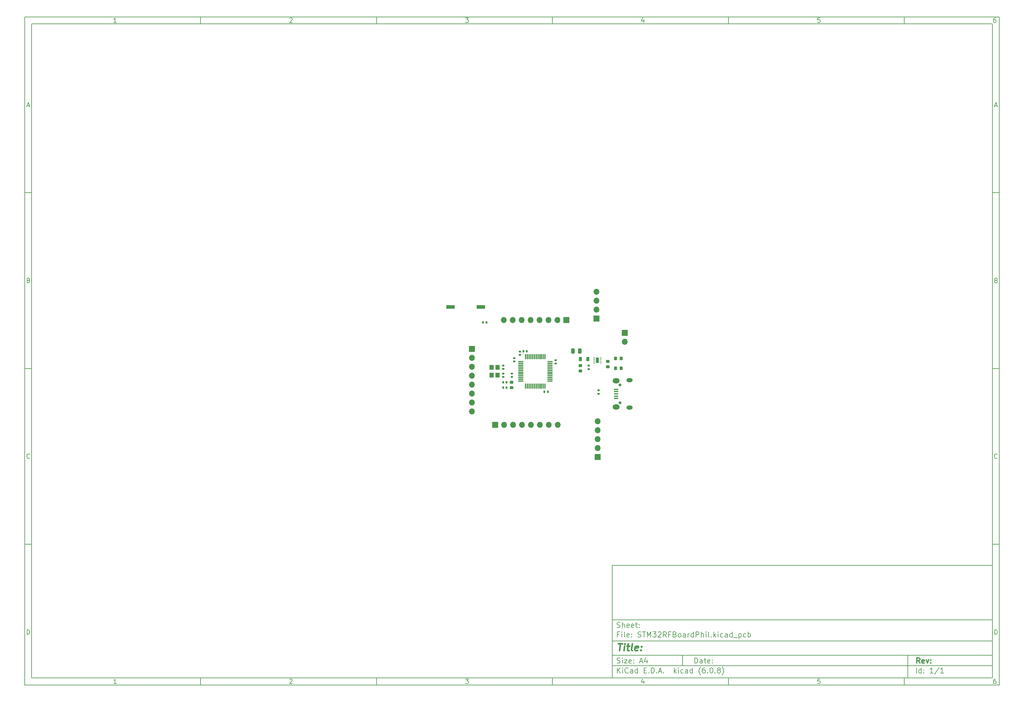
<source format=gbr>
%TF.GenerationSoftware,KiCad,Pcbnew,(6.0.8)*%
%TF.CreationDate,2022-10-27T20:00:02-05:00*%
%TF.ProjectId,STM32RFBoardPhil,53544d33-3252-4464-926f-617264506869,rev?*%
%TF.SameCoordinates,Original*%
%TF.FileFunction,Soldermask,Top*%
%TF.FilePolarity,Negative*%
%FSLAX46Y46*%
G04 Gerber Fmt 4.6, Leading zero omitted, Abs format (unit mm)*
G04 Created by KiCad (PCBNEW (6.0.8)) date 2022-10-27 20:00:02*
%MOMM*%
%LPD*%
G01*
G04 APERTURE LIST*
G04 Aperture macros list*
%AMRoundRect*
0 Rectangle with rounded corners*
0 $1 Rounding radius*
0 $2 $3 $4 $5 $6 $7 $8 $9 X,Y pos of 4 corners*
0 Add a 4 corners polygon primitive as box body*
4,1,4,$2,$3,$4,$5,$6,$7,$8,$9,$2,$3,0*
0 Add four circle primitives for the rounded corners*
1,1,$1+$1,$2,$3*
1,1,$1+$1,$4,$5*
1,1,$1+$1,$6,$7*
1,1,$1+$1,$8,$9*
0 Add four rect primitives between the rounded corners*
20,1,$1+$1,$2,$3,$4,$5,0*
20,1,$1+$1,$4,$5,$6,$7,0*
20,1,$1+$1,$6,$7,$8,$9,0*
20,1,$1+$1,$8,$9,$2,$3,0*%
G04 Aperture macros list end*
%ADD10C,0.100000*%
%ADD11C,0.150000*%
%ADD12C,0.300000*%
%ADD13C,0.400000*%
%ADD14RoundRect,0.140000X0.170000X-0.140000X0.170000X0.140000X-0.170000X0.140000X-0.170000X-0.140000X0*%
%ADD15RoundRect,0.225000X-0.250000X0.225000X-0.250000X-0.225000X0.250000X-0.225000X0.250000X0.225000X0*%
%ADD16RoundRect,0.135000X0.185000X-0.135000X0.185000X0.135000X-0.185000X0.135000X-0.185000X-0.135000X0*%
%ADD17RoundRect,0.140000X0.140000X0.170000X-0.140000X0.170000X-0.140000X-0.170000X0.140000X-0.170000X0*%
%ADD18RoundRect,0.140000X-0.170000X0.140000X-0.170000X-0.140000X0.170000X-0.140000X0.170000X0.140000X0*%
%ADD19R,1.700000X1.700000*%
%ADD20O,1.700000X1.700000*%
%ADD21RoundRect,0.075000X-0.662500X-0.075000X0.662500X-0.075000X0.662500X0.075000X-0.662500X0.075000X0*%
%ADD22RoundRect,0.075000X-0.075000X-0.662500X0.075000X-0.662500X0.075000X0.662500X-0.075000X0.662500X0*%
%ADD23R,2.440000X1.120000*%
%ADD24RoundRect,0.218750X0.218750X0.256250X-0.218750X0.256250X-0.218750X-0.256250X0.218750X-0.256250X0*%
%ADD25O,0.800000X0.800000*%
%ADD26R,1.300000X0.450000*%
%ADD27O,1.800000X1.150000*%
%ADD28O,2.000000X1.450000*%
%ADD29RoundRect,0.140000X-0.140000X-0.170000X0.140000X-0.170000X0.140000X0.170000X-0.140000X0.170000X0*%
%ADD30RoundRect,0.218750X0.218750X0.381250X-0.218750X0.381250X-0.218750X-0.381250X0.218750X-0.381250X0*%
%ADD31RoundRect,0.218750X-0.256250X0.218750X-0.256250X-0.218750X0.256250X-0.218750X0.256250X0.218750X0*%
%ADD32RoundRect,0.135000X-0.135000X-0.185000X0.135000X-0.185000X0.135000X0.185000X-0.135000X0.185000X0*%
%ADD33R,1.200000X1.400000*%
%ADD34R,0.500000X0.250000*%
%ADD35R,0.900000X1.600000*%
%ADD36RoundRect,0.250000X-0.250000X-0.475000X0.250000X-0.475000X0.250000X0.475000X-0.250000X0.475000X0*%
G04 APERTURE END LIST*
D10*
D11*
X177002200Y-166007200D02*
X177002200Y-198007200D01*
X285002200Y-198007200D01*
X285002200Y-166007200D01*
X177002200Y-166007200D01*
D10*
D11*
X10000000Y-10000000D02*
X10000000Y-200007200D01*
X287002200Y-200007200D01*
X287002200Y-10000000D01*
X10000000Y-10000000D01*
D10*
D11*
X12000000Y-12000000D02*
X12000000Y-198007200D01*
X285002200Y-198007200D01*
X285002200Y-12000000D01*
X12000000Y-12000000D01*
D10*
D11*
X60000000Y-12000000D02*
X60000000Y-10000000D01*
D10*
D11*
X110000000Y-12000000D02*
X110000000Y-10000000D01*
D10*
D11*
X160000000Y-12000000D02*
X160000000Y-10000000D01*
D10*
D11*
X210000000Y-12000000D02*
X210000000Y-10000000D01*
D10*
D11*
X260000000Y-12000000D02*
X260000000Y-10000000D01*
D10*
D11*
X36065476Y-11588095D02*
X35322619Y-11588095D01*
X35694047Y-11588095D02*
X35694047Y-10288095D01*
X35570238Y-10473809D01*
X35446428Y-10597619D01*
X35322619Y-10659523D01*
D10*
D11*
X85322619Y-10411904D02*
X85384523Y-10350000D01*
X85508333Y-10288095D01*
X85817857Y-10288095D01*
X85941666Y-10350000D01*
X86003571Y-10411904D01*
X86065476Y-10535714D01*
X86065476Y-10659523D01*
X86003571Y-10845238D01*
X85260714Y-11588095D01*
X86065476Y-11588095D01*
D10*
D11*
X135260714Y-10288095D02*
X136065476Y-10288095D01*
X135632142Y-10783333D01*
X135817857Y-10783333D01*
X135941666Y-10845238D01*
X136003571Y-10907142D01*
X136065476Y-11030952D01*
X136065476Y-11340476D01*
X136003571Y-11464285D01*
X135941666Y-11526190D01*
X135817857Y-11588095D01*
X135446428Y-11588095D01*
X135322619Y-11526190D01*
X135260714Y-11464285D01*
D10*
D11*
X185941666Y-10721428D02*
X185941666Y-11588095D01*
X185632142Y-10226190D02*
X185322619Y-11154761D01*
X186127380Y-11154761D01*
D10*
D11*
X236003571Y-10288095D02*
X235384523Y-10288095D01*
X235322619Y-10907142D01*
X235384523Y-10845238D01*
X235508333Y-10783333D01*
X235817857Y-10783333D01*
X235941666Y-10845238D01*
X236003571Y-10907142D01*
X236065476Y-11030952D01*
X236065476Y-11340476D01*
X236003571Y-11464285D01*
X235941666Y-11526190D01*
X235817857Y-11588095D01*
X235508333Y-11588095D01*
X235384523Y-11526190D01*
X235322619Y-11464285D01*
D10*
D11*
X285941666Y-10288095D02*
X285694047Y-10288095D01*
X285570238Y-10350000D01*
X285508333Y-10411904D01*
X285384523Y-10597619D01*
X285322619Y-10845238D01*
X285322619Y-11340476D01*
X285384523Y-11464285D01*
X285446428Y-11526190D01*
X285570238Y-11588095D01*
X285817857Y-11588095D01*
X285941666Y-11526190D01*
X286003571Y-11464285D01*
X286065476Y-11340476D01*
X286065476Y-11030952D01*
X286003571Y-10907142D01*
X285941666Y-10845238D01*
X285817857Y-10783333D01*
X285570238Y-10783333D01*
X285446428Y-10845238D01*
X285384523Y-10907142D01*
X285322619Y-11030952D01*
D10*
D11*
X60000000Y-198007200D02*
X60000000Y-200007200D01*
D10*
D11*
X110000000Y-198007200D02*
X110000000Y-200007200D01*
D10*
D11*
X160000000Y-198007200D02*
X160000000Y-200007200D01*
D10*
D11*
X210000000Y-198007200D02*
X210000000Y-200007200D01*
D10*
D11*
X260000000Y-198007200D02*
X260000000Y-200007200D01*
D10*
D11*
X36065476Y-199595295D02*
X35322619Y-199595295D01*
X35694047Y-199595295D02*
X35694047Y-198295295D01*
X35570238Y-198481009D01*
X35446428Y-198604819D01*
X35322619Y-198666723D01*
D10*
D11*
X85322619Y-198419104D02*
X85384523Y-198357200D01*
X85508333Y-198295295D01*
X85817857Y-198295295D01*
X85941666Y-198357200D01*
X86003571Y-198419104D01*
X86065476Y-198542914D01*
X86065476Y-198666723D01*
X86003571Y-198852438D01*
X85260714Y-199595295D01*
X86065476Y-199595295D01*
D10*
D11*
X135260714Y-198295295D02*
X136065476Y-198295295D01*
X135632142Y-198790533D01*
X135817857Y-198790533D01*
X135941666Y-198852438D01*
X136003571Y-198914342D01*
X136065476Y-199038152D01*
X136065476Y-199347676D01*
X136003571Y-199471485D01*
X135941666Y-199533390D01*
X135817857Y-199595295D01*
X135446428Y-199595295D01*
X135322619Y-199533390D01*
X135260714Y-199471485D01*
D10*
D11*
X185941666Y-198728628D02*
X185941666Y-199595295D01*
X185632142Y-198233390D02*
X185322619Y-199161961D01*
X186127380Y-199161961D01*
D10*
D11*
X236003571Y-198295295D02*
X235384523Y-198295295D01*
X235322619Y-198914342D01*
X235384523Y-198852438D01*
X235508333Y-198790533D01*
X235817857Y-198790533D01*
X235941666Y-198852438D01*
X236003571Y-198914342D01*
X236065476Y-199038152D01*
X236065476Y-199347676D01*
X236003571Y-199471485D01*
X235941666Y-199533390D01*
X235817857Y-199595295D01*
X235508333Y-199595295D01*
X235384523Y-199533390D01*
X235322619Y-199471485D01*
D10*
D11*
X285941666Y-198295295D02*
X285694047Y-198295295D01*
X285570238Y-198357200D01*
X285508333Y-198419104D01*
X285384523Y-198604819D01*
X285322619Y-198852438D01*
X285322619Y-199347676D01*
X285384523Y-199471485D01*
X285446428Y-199533390D01*
X285570238Y-199595295D01*
X285817857Y-199595295D01*
X285941666Y-199533390D01*
X286003571Y-199471485D01*
X286065476Y-199347676D01*
X286065476Y-199038152D01*
X286003571Y-198914342D01*
X285941666Y-198852438D01*
X285817857Y-198790533D01*
X285570238Y-198790533D01*
X285446428Y-198852438D01*
X285384523Y-198914342D01*
X285322619Y-199038152D01*
D10*
D11*
X10000000Y-60000000D02*
X12000000Y-60000000D01*
D10*
D11*
X10000000Y-110000000D02*
X12000000Y-110000000D01*
D10*
D11*
X10000000Y-160000000D02*
X12000000Y-160000000D01*
D10*
D11*
X10690476Y-35216666D02*
X11309523Y-35216666D01*
X10566666Y-35588095D02*
X11000000Y-34288095D01*
X11433333Y-35588095D01*
D10*
D11*
X11092857Y-84907142D02*
X11278571Y-84969047D01*
X11340476Y-85030952D01*
X11402380Y-85154761D01*
X11402380Y-85340476D01*
X11340476Y-85464285D01*
X11278571Y-85526190D01*
X11154761Y-85588095D01*
X10659523Y-85588095D01*
X10659523Y-84288095D01*
X11092857Y-84288095D01*
X11216666Y-84350000D01*
X11278571Y-84411904D01*
X11340476Y-84535714D01*
X11340476Y-84659523D01*
X11278571Y-84783333D01*
X11216666Y-84845238D01*
X11092857Y-84907142D01*
X10659523Y-84907142D01*
D10*
D11*
X11402380Y-135464285D02*
X11340476Y-135526190D01*
X11154761Y-135588095D01*
X11030952Y-135588095D01*
X10845238Y-135526190D01*
X10721428Y-135402380D01*
X10659523Y-135278571D01*
X10597619Y-135030952D01*
X10597619Y-134845238D01*
X10659523Y-134597619D01*
X10721428Y-134473809D01*
X10845238Y-134350000D01*
X11030952Y-134288095D01*
X11154761Y-134288095D01*
X11340476Y-134350000D01*
X11402380Y-134411904D01*
D10*
D11*
X10659523Y-185588095D02*
X10659523Y-184288095D01*
X10969047Y-184288095D01*
X11154761Y-184350000D01*
X11278571Y-184473809D01*
X11340476Y-184597619D01*
X11402380Y-184845238D01*
X11402380Y-185030952D01*
X11340476Y-185278571D01*
X11278571Y-185402380D01*
X11154761Y-185526190D01*
X10969047Y-185588095D01*
X10659523Y-185588095D01*
D10*
D11*
X287002200Y-60000000D02*
X285002200Y-60000000D01*
D10*
D11*
X287002200Y-110000000D02*
X285002200Y-110000000D01*
D10*
D11*
X287002200Y-160000000D02*
X285002200Y-160000000D01*
D10*
D11*
X285692676Y-35216666D02*
X286311723Y-35216666D01*
X285568866Y-35588095D02*
X286002200Y-34288095D01*
X286435533Y-35588095D01*
D10*
D11*
X286095057Y-84907142D02*
X286280771Y-84969047D01*
X286342676Y-85030952D01*
X286404580Y-85154761D01*
X286404580Y-85340476D01*
X286342676Y-85464285D01*
X286280771Y-85526190D01*
X286156961Y-85588095D01*
X285661723Y-85588095D01*
X285661723Y-84288095D01*
X286095057Y-84288095D01*
X286218866Y-84350000D01*
X286280771Y-84411904D01*
X286342676Y-84535714D01*
X286342676Y-84659523D01*
X286280771Y-84783333D01*
X286218866Y-84845238D01*
X286095057Y-84907142D01*
X285661723Y-84907142D01*
D10*
D11*
X286404580Y-135464285D02*
X286342676Y-135526190D01*
X286156961Y-135588095D01*
X286033152Y-135588095D01*
X285847438Y-135526190D01*
X285723628Y-135402380D01*
X285661723Y-135278571D01*
X285599819Y-135030952D01*
X285599819Y-134845238D01*
X285661723Y-134597619D01*
X285723628Y-134473809D01*
X285847438Y-134350000D01*
X286033152Y-134288095D01*
X286156961Y-134288095D01*
X286342676Y-134350000D01*
X286404580Y-134411904D01*
D10*
D11*
X285661723Y-185588095D02*
X285661723Y-184288095D01*
X285971247Y-184288095D01*
X286156961Y-184350000D01*
X286280771Y-184473809D01*
X286342676Y-184597619D01*
X286404580Y-184845238D01*
X286404580Y-185030952D01*
X286342676Y-185278571D01*
X286280771Y-185402380D01*
X286156961Y-185526190D01*
X285971247Y-185588095D01*
X285661723Y-185588095D01*
D10*
D11*
X200434342Y-193785771D02*
X200434342Y-192285771D01*
X200791485Y-192285771D01*
X201005771Y-192357200D01*
X201148628Y-192500057D01*
X201220057Y-192642914D01*
X201291485Y-192928628D01*
X201291485Y-193142914D01*
X201220057Y-193428628D01*
X201148628Y-193571485D01*
X201005771Y-193714342D01*
X200791485Y-193785771D01*
X200434342Y-193785771D01*
X202577200Y-193785771D02*
X202577200Y-193000057D01*
X202505771Y-192857200D01*
X202362914Y-192785771D01*
X202077200Y-192785771D01*
X201934342Y-192857200D01*
X202577200Y-193714342D02*
X202434342Y-193785771D01*
X202077200Y-193785771D01*
X201934342Y-193714342D01*
X201862914Y-193571485D01*
X201862914Y-193428628D01*
X201934342Y-193285771D01*
X202077200Y-193214342D01*
X202434342Y-193214342D01*
X202577200Y-193142914D01*
X203077200Y-192785771D02*
X203648628Y-192785771D01*
X203291485Y-192285771D02*
X203291485Y-193571485D01*
X203362914Y-193714342D01*
X203505771Y-193785771D01*
X203648628Y-193785771D01*
X204720057Y-193714342D02*
X204577200Y-193785771D01*
X204291485Y-193785771D01*
X204148628Y-193714342D01*
X204077200Y-193571485D01*
X204077200Y-193000057D01*
X204148628Y-192857200D01*
X204291485Y-192785771D01*
X204577200Y-192785771D01*
X204720057Y-192857200D01*
X204791485Y-193000057D01*
X204791485Y-193142914D01*
X204077200Y-193285771D01*
X205434342Y-193642914D02*
X205505771Y-193714342D01*
X205434342Y-193785771D01*
X205362914Y-193714342D01*
X205434342Y-193642914D01*
X205434342Y-193785771D01*
X205434342Y-192857200D02*
X205505771Y-192928628D01*
X205434342Y-193000057D01*
X205362914Y-192928628D01*
X205434342Y-192857200D01*
X205434342Y-193000057D01*
D10*
D11*
X177002200Y-194507200D02*
X285002200Y-194507200D01*
D10*
D11*
X178434342Y-196585771D02*
X178434342Y-195085771D01*
X179291485Y-196585771D02*
X178648628Y-195728628D01*
X179291485Y-195085771D02*
X178434342Y-195942914D01*
X179934342Y-196585771D02*
X179934342Y-195585771D01*
X179934342Y-195085771D02*
X179862914Y-195157200D01*
X179934342Y-195228628D01*
X180005771Y-195157200D01*
X179934342Y-195085771D01*
X179934342Y-195228628D01*
X181505771Y-196442914D02*
X181434342Y-196514342D01*
X181220057Y-196585771D01*
X181077200Y-196585771D01*
X180862914Y-196514342D01*
X180720057Y-196371485D01*
X180648628Y-196228628D01*
X180577200Y-195942914D01*
X180577200Y-195728628D01*
X180648628Y-195442914D01*
X180720057Y-195300057D01*
X180862914Y-195157200D01*
X181077200Y-195085771D01*
X181220057Y-195085771D01*
X181434342Y-195157200D01*
X181505771Y-195228628D01*
X182791485Y-196585771D02*
X182791485Y-195800057D01*
X182720057Y-195657200D01*
X182577200Y-195585771D01*
X182291485Y-195585771D01*
X182148628Y-195657200D01*
X182791485Y-196514342D02*
X182648628Y-196585771D01*
X182291485Y-196585771D01*
X182148628Y-196514342D01*
X182077200Y-196371485D01*
X182077200Y-196228628D01*
X182148628Y-196085771D01*
X182291485Y-196014342D01*
X182648628Y-196014342D01*
X182791485Y-195942914D01*
X184148628Y-196585771D02*
X184148628Y-195085771D01*
X184148628Y-196514342D02*
X184005771Y-196585771D01*
X183720057Y-196585771D01*
X183577200Y-196514342D01*
X183505771Y-196442914D01*
X183434342Y-196300057D01*
X183434342Y-195871485D01*
X183505771Y-195728628D01*
X183577200Y-195657200D01*
X183720057Y-195585771D01*
X184005771Y-195585771D01*
X184148628Y-195657200D01*
X186005771Y-195800057D02*
X186505771Y-195800057D01*
X186720057Y-196585771D02*
X186005771Y-196585771D01*
X186005771Y-195085771D01*
X186720057Y-195085771D01*
X187362914Y-196442914D02*
X187434342Y-196514342D01*
X187362914Y-196585771D01*
X187291485Y-196514342D01*
X187362914Y-196442914D01*
X187362914Y-196585771D01*
X188077200Y-196585771D02*
X188077200Y-195085771D01*
X188434342Y-195085771D01*
X188648628Y-195157200D01*
X188791485Y-195300057D01*
X188862914Y-195442914D01*
X188934342Y-195728628D01*
X188934342Y-195942914D01*
X188862914Y-196228628D01*
X188791485Y-196371485D01*
X188648628Y-196514342D01*
X188434342Y-196585771D01*
X188077200Y-196585771D01*
X189577200Y-196442914D02*
X189648628Y-196514342D01*
X189577200Y-196585771D01*
X189505771Y-196514342D01*
X189577200Y-196442914D01*
X189577200Y-196585771D01*
X190220057Y-196157200D02*
X190934342Y-196157200D01*
X190077200Y-196585771D02*
X190577200Y-195085771D01*
X191077200Y-196585771D01*
X191577200Y-196442914D02*
X191648628Y-196514342D01*
X191577200Y-196585771D01*
X191505771Y-196514342D01*
X191577200Y-196442914D01*
X191577200Y-196585771D01*
X194577200Y-196585771D02*
X194577200Y-195085771D01*
X194720057Y-196014342D02*
X195148628Y-196585771D01*
X195148628Y-195585771D02*
X194577200Y-196157200D01*
X195791485Y-196585771D02*
X195791485Y-195585771D01*
X195791485Y-195085771D02*
X195720057Y-195157200D01*
X195791485Y-195228628D01*
X195862914Y-195157200D01*
X195791485Y-195085771D01*
X195791485Y-195228628D01*
X197148628Y-196514342D02*
X197005771Y-196585771D01*
X196720057Y-196585771D01*
X196577200Y-196514342D01*
X196505771Y-196442914D01*
X196434342Y-196300057D01*
X196434342Y-195871485D01*
X196505771Y-195728628D01*
X196577200Y-195657200D01*
X196720057Y-195585771D01*
X197005771Y-195585771D01*
X197148628Y-195657200D01*
X198434342Y-196585771D02*
X198434342Y-195800057D01*
X198362914Y-195657200D01*
X198220057Y-195585771D01*
X197934342Y-195585771D01*
X197791485Y-195657200D01*
X198434342Y-196514342D02*
X198291485Y-196585771D01*
X197934342Y-196585771D01*
X197791485Y-196514342D01*
X197720057Y-196371485D01*
X197720057Y-196228628D01*
X197791485Y-196085771D01*
X197934342Y-196014342D01*
X198291485Y-196014342D01*
X198434342Y-195942914D01*
X199791485Y-196585771D02*
X199791485Y-195085771D01*
X199791485Y-196514342D02*
X199648628Y-196585771D01*
X199362914Y-196585771D01*
X199220057Y-196514342D01*
X199148628Y-196442914D01*
X199077200Y-196300057D01*
X199077200Y-195871485D01*
X199148628Y-195728628D01*
X199220057Y-195657200D01*
X199362914Y-195585771D01*
X199648628Y-195585771D01*
X199791485Y-195657200D01*
X202077200Y-197157200D02*
X202005771Y-197085771D01*
X201862914Y-196871485D01*
X201791485Y-196728628D01*
X201720057Y-196514342D01*
X201648628Y-196157200D01*
X201648628Y-195871485D01*
X201720057Y-195514342D01*
X201791485Y-195300057D01*
X201862914Y-195157200D01*
X202005771Y-194942914D01*
X202077200Y-194871485D01*
X203291485Y-195085771D02*
X203005771Y-195085771D01*
X202862914Y-195157200D01*
X202791485Y-195228628D01*
X202648628Y-195442914D01*
X202577200Y-195728628D01*
X202577200Y-196300057D01*
X202648628Y-196442914D01*
X202720057Y-196514342D01*
X202862914Y-196585771D01*
X203148628Y-196585771D01*
X203291485Y-196514342D01*
X203362914Y-196442914D01*
X203434342Y-196300057D01*
X203434342Y-195942914D01*
X203362914Y-195800057D01*
X203291485Y-195728628D01*
X203148628Y-195657200D01*
X202862914Y-195657200D01*
X202720057Y-195728628D01*
X202648628Y-195800057D01*
X202577200Y-195942914D01*
X204077200Y-196442914D02*
X204148628Y-196514342D01*
X204077200Y-196585771D01*
X204005771Y-196514342D01*
X204077200Y-196442914D01*
X204077200Y-196585771D01*
X205077200Y-195085771D02*
X205220057Y-195085771D01*
X205362914Y-195157200D01*
X205434342Y-195228628D01*
X205505771Y-195371485D01*
X205577200Y-195657200D01*
X205577200Y-196014342D01*
X205505771Y-196300057D01*
X205434342Y-196442914D01*
X205362914Y-196514342D01*
X205220057Y-196585771D01*
X205077200Y-196585771D01*
X204934342Y-196514342D01*
X204862914Y-196442914D01*
X204791485Y-196300057D01*
X204720057Y-196014342D01*
X204720057Y-195657200D01*
X204791485Y-195371485D01*
X204862914Y-195228628D01*
X204934342Y-195157200D01*
X205077200Y-195085771D01*
X206220057Y-196442914D02*
X206291485Y-196514342D01*
X206220057Y-196585771D01*
X206148628Y-196514342D01*
X206220057Y-196442914D01*
X206220057Y-196585771D01*
X207148628Y-195728628D02*
X207005771Y-195657200D01*
X206934342Y-195585771D01*
X206862914Y-195442914D01*
X206862914Y-195371485D01*
X206934342Y-195228628D01*
X207005771Y-195157200D01*
X207148628Y-195085771D01*
X207434342Y-195085771D01*
X207577200Y-195157200D01*
X207648628Y-195228628D01*
X207720057Y-195371485D01*
X207720057Y-195442914D01*
X207648628Y-195585771D01*
X207577200Y-195657200D01*
X207434342Y-195728628D01*
X207148628Y-195728628D01*
X207005771Y-195800057D01*
X206934342Y-195871485D01*
X206862914Y-196014342D01*
X206862914Y-196300057D01*
X206934342Y-196442914D01*
X207005771Y-196514342D01*
X207148628Y-196585771D01*
X207434342Y-196585771D01*
X207577200Y-196514342D01*
X207648628Y-196442914D01*
X207720057Y-196300057D01*
X207720057Y-196014342D01*
X207648628Y-195871485D01*
X207577200Y-195800057D01*
X207434342Y-195728628D01*
X208220057Y-197157200D02*
X208291485Y-197085771D01*
X208434342Y-196871485D01*
X208505771Y-196728628D01*
X208577200Y-196514342D01*
X208648628Y-196157200D01*
X208648628Y-195871485D01*
X208577200Y-195514342D01*
X208505771Y-195300057D01*
X208434342Y-195157200D01*
X208291485Y-194942914D01*
X208220057Y-194871485D01*
D10*
D11*
X177002200Y-191507200D02*
X285002200Y-191507200D01*
D10*
D12*
X264411485Y-193785771D02*
X263911485Y-193071485D01*
X263554342Y-193785771D02*
X263554342Y-192285771D01*
X264125771Y-192285771D01*
X264268628Y-192357200D01*
X264340057Y-192428628D01*
X264411485Y-192571485D01*
X264411485Y-192785771D01*
X264340057Y-192928628D01*
X264268628Y-193000057D01*
X264125771Y-193071485D01*
X263554342Y-193071485D01*
X265625771Y-193714342D02*
X265482914Y-193785771D01*
X265197200Y-193785771D01*
X265054342Y-193714342D01*
X264982914Y-193571485D01*
X264982914Y-193000057D01*
X265054342Y-192857200D01*
X265197200Y-192785771D01*
X265482914Y-192785771D01*
X265625771Y-192857200D01*
X265697200Y-193000057D01*
X265697200Y-193142914D01*
X264982914Y-193285771D01*
X266197200Y-192785771D02*
X266554342Y-193785771D01*
X266911485Y-192785771D01*
X267482914Y-193642914D02*
X267554342Y-193714342D01*
X267482914Y-193785771D01*
X267411485Y-193714342D01*
X267482914Y-193642914D01*
X267482914Y-193785771D01*
X267482914Y-192857200D02*
X267554342Y-192928628D01*
X267482914Y-193000057D01*
X267411485Y-192928628D01*
X267482914Y-192857200D01*
X267482914Y-193000057D01*
D10*
D11*
X178362914Y-193714342D02*
X178577200Y-193785771D01*
X178934342Y-193785771D01*
X179077200Y-193714342D01*
X179148628Y-193642914D01*
X179220057Y-193500057D01*
X179220057Y-193357200D01*
X179148628Y-193214342D01*
X179077200Y-193142914D01*
X178934342Y-193071485D01*
X178648628Y-193000057D01*
X178505771Y-192928628D01*
X178434342Y-192857200D01*
X178362914Y-192714342D01*
X178362914Y-192571485D01*
X178434342Y-192428628D01*
X178505771Y-192357200D01*
X178648628Y-192285771D01*
X179005771Y-192285771D01*
X179220057Y-192357200D01*
X179862914Y-193785771D02*
X179862914Y-192785771D01*
X179862914Y-192285771D02*
X179791485Y-192357200D01*
X179862914Y-192428628D01*
X179934342Y-192357200D01*
X179862914Y-192285771D01*
X179862914Y-192428628D01*
X180434342Y-192785771D02*
X181220057Y-192785771D01*
X180434342Y-193785771D01*
X181220057Y-193785771D01*
X182362914Y-193714342D02*
X182220057Y-193785771D01*
X181934342Y-193785771D01*
X181791485Y-193714342D01*
X181720057Y-193571485D01*
X181720057Y-193000057D01*
X181791485Y-192857200D01*
X181934342Y-192785771D01*
X182220057Y-192785771D01*
X182362914Y-192857200D01*
X182434342Y-193000057D01*
X182434342Y-193142914D01*
X181720057Y-193285771D01*
X183077200Y-193642914D02*
X183148628Y-193714342D01*
X183077200Y-193785771D01*
X183005771Y-193714342D01*
X183077200Y-193642914D01*
X183077200Y-193785771D01*
X183077200Y-192857200D02*
X183148628Y-192928628D01*
X183077200Y-193000057D01*
X183005771Y-192928628D01*
X183077200Y-192857200D01*
X183077200Y-193000057D01*
X184862914Y-193357200D02*
X185577200Y-193357200D01*
X184720057Y-193785771D02*
X185220057Y-192285771D01*
X185720057Y-193785771D01*
X186862914Y-192785771D02*
X186862914Y-193785771D01*
X186505771Y-192214342D02*
X186148628Y-193285771D01*
X187077200Y-193285771D01*
D10*
D11*
X263434342Y-196585771D02*
X263434342Y-195085771D01*
X264791485Y-196585771D02*
X264791485Y-195085771D01*
X264791485Y-196514342D02*
X264648628Y-196585771D01*
X264362914Y-196585771D01*
X264220057Y-196514342D01*
X264148628Y-196442914D01*
X264077200Y-196300057D01*
X264077200Y-195871485D01*
X264148628Y-195728628D01*
X264220057Y-195657200D01*
X264362914Y-195585771D01*
X264648628Y-195585771D01*
X264791485Y-195657200D01*
X265505771Y-196442914D02*
X265577200Y-196514342D01*
X265505771Y-196585771D01*
X265434342Y-196514342D01*
X265505771Y-196442914D01*
X265505771Y-196585771D01*
X265505771Y-195657200D02*
X265577200Y-195728628D01*
X265505771Y-195800057D01*
X265434342Y-195728628D01*
X265505771Y-195657200D01*
X265505771Y-195800057D01*
X268148628Y-196585771D02*
X267291485Y-196585771D01*
X267720057Y-196585771D02*
X267720057Y-195085771D01*
X267577200Y-195300057D01*
X267434342Y-195442914D01*
X267291485Y-195514342D01*
X269862914Y-195014342D02*
X268577200Y-196942914D01*
X271148628Y-196585771D02*
X270291485Y-196585771D01*
X270720057Y-196585771D02*
X270720057Y-195085771D01*
X270577200Y-195300057D01*
X270434342Y-195442914D01*
X270291485Y-195514342D01*
D10*
D11*
X177002200Y-187507200D02*
X285002200Y-187507200D01*
D10*
D13*
X178714580Y-188211961D02*
X179857438Y-188211961D01*
X179036009Y-190211961D02*
X179286009Y-188211961D01*
X180274104Y-190211961D02*
X180440771Y-188878628D01*
X180524104Y-188211961D02*
X180416961Y-188307200D01*
X180500295Y-188402438D01*
X180607438Y-188307200D01*
X180524104Y-188211961D01*
X180500295Y-188402438D01*
X181107438Y-188878628D02*
X181869342Y-188878628D01*
X181476485Y-188211961D02*
X181262200Y-189926247D01*
X181333628Y-190116723D01*
X181512200Y-190211961D01*
X181702676Y-190211961D01*
X182655057Y-190211961D02*
X182476485Y-190116723D01*
X182405057Y-189926247D01*
X182619342Y-188211961D01*
X184190771Y-190116723D02*
X183988390Y-190211961D01*
X183607438Y-190211961D01*
X183428866Y-190116723D01*
X183357438Y-189926247D01*
X183452676Y-189164342D01*
X183571723Y-188973866D01*
X183774104Y-188878628D01*
X184155057Y-188878628D01*
X184333628Y-188973866D01*
X184405057Y-189164342D01*
X184381247Y-189354819D01*
X183405057Y-189545295D01*
X185155057Y-190021485D02*
X185238390Y-190116723D01*
X185131247Y-190211961D01*
X185047914Y-190116723D01*
X185155057Y-190021485D01*
X185131247Y-190211961D01*
X185286009Y-188973866D02*
X185369342Y-189069104D01*
X185262200Y-189164342D01*
X185178866Y-189069104D01*
X185286009Y-188973866D01*
X185262200Y-189164342D01*
D10*
D11*
X178934342Y-185600057D02*
X178434342Y-185600057D01*
X178434342Y-186385771D02*
X178434342Y-184885771D01*
X179148628Y-184885771D01*
X179720057Y-186385771D02*
X179720057Y-185385771D01*
X179720057Y-184885771D02*
X179648628Y-184957200D01*
X179720057Y-185028628D01*
X179791485Y-184957200D01*
X179720057Y-184885771D01*
X179720057Y-185028628D01*
X180648628Y-186385771D02*
X180505771Y-186314342D01*
X180434342Y-186171485D01*
X180434342Y-184885771D01*
X181791485Y-186314342D02*
X181648628Y-186385771D01*
X181362914Y-186385771D01*
X181220057Y-186314342D01*
X181148628Y-186171485D01*
X181148628Y-185600057D01*
X181220057Y-185457200D01*
X181362914Y-185385771D01*
X181648628Y-185385771D01*
X181791485Y-185457200D01*
X181862914Y-185600057D01*
X181862914Y-185742914D01*
X181148628Y-185885771D01*
X182505771Y-186242914D02*
X182577200Y-186314342D01*
X182505771Y-186385771D01*
X182434342Y-186314342D01*
X182505771Y-186242914D01*
X182505771Y-186385771D01*
X182505771Y-185457200D02*
X182577200Y-185528628D01*
X182505771Y-185600057D01*
X182434342Y-185528628D01*
X182505771Y-185457200D01*
X182505771Y-185600057D01*
X184291485Y-186314342D02*
X184505771Y-186385771D01*
X184862914Y-186385771D01*
X185005771Y-186314342D01*
X185077200Y-186242914D01*
X185148628Y-186100057D01*
X185148628Y-185957200D01*
X185077200Y-185814342D01*
X185005771Y-185742914D01*
X184862914Y-185671485D01*
X184577200Y-185600057D01*
X184434342Y-185528628D01*
X184362914Y-185457200D01*
X184291485Y-185314342D01*
X184291485Y-185171485D01*
X184362914Y-185028628D01*
X184434342Y-184957200D01*
X184577200Y-184885771D01*
X184934342Y-184885771D01*
X185148628Y-184957200D01*
X185577200Y-184885771D02*
X186434342Y-184885771D01*
X186005771Y-186385771D02*
X186005771Y-184885771D01*
X186934342Y-186385771D02*
X186934342Y-184885771D01*
X187434342Y-185957200D01*
X187934342Y-184885771D01*
X187934342Y-186385771D01*
X188505771Y-184885771D02*
X189434342Y-184885771D01*
X188934342Y-185457200D01*
X189148628Y-185457200D01*
X189291485Y-185528628D01*
X189362914Y-185600057D01*
X189434342Y-185742914D01*
X189434342Y-186100057D01*
X189362914Y-186242914D01*
X189291485Y-186314342D01*
X189148628Y-186385771D01*
X188720057Y-186385771D01*
X188577200Y-186314342D01*
X188505771Y-186242914D01*
X190005771Y-185028628D02*
X190077200Y-184957200D01*
X190220057Y-184885771D01*
X190577200Y-184885771D01*
X190720057Y-184957200D01*
X190791485Y-185028628D01*
X190862914Y-185171485D01*
X190862914Y-185314342D01*
X190791485Y-185528628D01*
X189934342Y-186385771D01*
X190862914Y-186385771D01*
X192362914Y-186385771D02*
X191862914Y-185671485D01*
X191505771Y-186385771D02*
X191505771Y-184885771D01*
X192077200Y-184885771D01*
X192220057Y-184957200D01*
X192291485Y-185028628D01*
X192362914Y-185171485D01*
X192362914Y-185385771D01*
X192291485Y-185528628D01*
X192220057Y-185600057D01*
X192077200Y-185671485D01*
X191505771Y-185671485D01*
X193505771Y-185600057D02*
X193005771Y-185600057D01*
X193005771Y-186385771D02*
X193005771Y-184885771D01*
X193720057Y-184885771D01*
X194791485Y-185600057D02*
X195005771Y-185671485D01*
X195077200Y-185742914D01*
X195148628Y-185885771D01*
X195148628Y-186100057D01*
X195077200Y-186242914D01*
X195005771Y-186314342D01*
X194862914Y-186385771D01*
X194291485Y-186385771D01*
X194291485Y-184885771D01*
X194791485Y-184885771D01*
X194934342Y-184957200D01*
X195005771Y-185028628D01*
X195077200Y-185171485D01*
X195077200Y-185314342D01*
X195005771Y-185457200D01*
X194934342Y-185528628D01*
X194791485Y-185600057D01*
X194291485Y-185600057D01*
X196005771Y-186385771D02*
X195862914Y-186314342D01*
X195791485Y-186242914D01*
X195720057Y-186100057D01*
X195720057Y-185671485D01*
X195791485Y-185528628D01*
X195862914Y-185457200D01*
X196005771Y-185385771D01*
X196220057Y-185385771D01*
X196362914Y-185457200D01*
X196434342Y-185528628D01*
X196505771Y-185671485D01*
X196505771Y-186100057D01*
X196434342Y-186242914D01*
X196362914Y-186314342D01*
X196220057Y-186385771D01*
X196005771Y-186385771D01*
X197791485Y-186385771D02*
X197791485Y-185600057D01*
X197720057Y-185457200D01*
X197577200Y-185385771D01*
X197291485Y-185385771D01*
X197148628Y-185457200D01*
X197791485Y-186314342D02*
X197648628Y-186385771D01*
X197291485Y-186385771D01*
X197148628Y-186314342D01*
X197077200Y-186171485D01*
X197077200Y-186028628D01*
X197148628Y-185885771D01*
X197291485Y-185814342D01*
X197648628Y-185814342D01*
X197791485Y-185742914D01*
X198505771Y-186385771D02*
X198505771Y-185385771D01*
X198505771Y-185671485D02*
X198577200Y-185528628D01*
X198648628Y-185457200D01*
X198791485Y-185385771D01*
X198934342Y-185385771D01*
X200077200Y-186385771D02*
X200077200Y-184885771D01*
X200077200Y-186314342D02*
X199934342Y-186385771D01*
X199648628Y-186385771D01*
X199505771Y-186314342D01*
X199434342Y-186242914D01*
X199362914Y-186100057D01*
X199362914Y-185671485D01*
X199434342Y-185528628D01*
X199505771Y-185457200D01*
X199648628Y-185385771D01*
X199934342Y-185385771D01*
X200077200Y-185457200D01*
X200791485Y-186385771D02*
X200791485Y-184885771D01*
X201362914Y-184885771D01*
X201505771Y-184957200D01*
X201577200Y-185028628D01*
X201648628Y-185171485D01*
X201648628Y-185385771D01*
X201577200Y-185528628D01*
X201505771Y-185600057D01*
X201362914Y-185671485D01*
X200791485Y-185671485D01*
X202291485Y-186385771D02*
X202291485Y-184885771D01*
X202934342Y-186385771D02*
X202934342Y-185600057D01*
X202862914Y-185457200D01*
X202720057Y-185385771D01*
X202505771Y-185385771D01*
X202362914Y-185457200D01*
X202291485Y-185528628D01*
X203648628Y-186385771D02*
X203648628Y-185385771D01*
X203648628Y-184885771D02*
X203577200Y-184957200D01*
X203648628Y-185028628D01*
X203720057Y-184957200D01*
X203648628Y-184885771D01*
X203648628Y-185028628D01*
X204577200Y-186385771D02*
X204434342Y-186314342D01*
X204362914Y-186171485D01*
X204362914Y-184885771D01*
X205148628Y-186242914D02*
X205220057Y-186314342D01*
X205148628Y-186385771D01*
X205077200Y-186314342D01*
X205148628Y-186242914D01*
X205148628Y-186385771D01*
X205862914Y-186385771D02*
X205862914Y-184885771D01*
X206005771Y-185814342D02*
X206434342Y-186385771D01*
X206434342Y-185385771D02*
X205862914Y-185957200D01*
X207077200Y-186385771D02*
X207077200Y-185385771D01*
X207077200Y-184885771D02*
X207005771Y-184957200D01*
X207077200Y-185028628D01*
X207148628Y-184957200D01*
X207077200Y-184885771D01*
X207077200Y-185028628D01*
X208434342Y-186314342D02*
X208291485Y-186385771D01*
X208005771Y-186385771D01*
X207862914Y-186314342D01*
X207791485Y-186242914D01*
X207720057Y-186100057D01*
X207720057Y-185671485D01*
X207791485Y-185528628D01*
X207862914Y-185457200D01*
X208005771Y-185385771D01*
X208291485Y-185385771D01*
X208434342Y-185457200D01*
X209720057Y-186385771D02*
X209720057Y-185600057D01*
X209648628Y-185457200D01*
X209505771Y-185385771D01*
X209220057Y-185385771D01*
X209077200Y-185457200D01*
X209720057Y-186314342D02*
X209577200Y-186385771D01*
X209220057Y-186385771D01*
X209077200Y-186314342D01*
X209005771Y-186171485D01*
X209005771Y-186028628D01*
X209077200Y-185885771D01*
X209220057Y-185814342D01*
X209577200Y-185814342D01*
X209720057Y-185742914D01*
X211077200Y-186385771D02*
X211077200Y-184885771D01*
X211077200Y-186314342D02*
X210934342Y-186385771D01*
X210648628Y-186385771D01*
X210505771Y-186314342D01*
X210434342Y-186242914D01*
X210362914Y-186100057D01*
X210362914Y-185671485D01*
X210434342Y-185528628D01*
X210505771Y-185457200D01*
X210648628Y-185385771D01*
X210934342Y-185385771D01*
X211077200Y-185457200D01*
X211434342Y-186528628D02*
X212577200Y-186528628D01*
X212934342Y-185385771D02*
X212934342Y-186885771D01*
X212934342Y-185457200D02*
X213077200Y-185385771D01*
X213362914Y-185385771D01*
X213505771Y-185457200D01*
X213577200Y-185528628D01*
X213648628Y-185671485D01*
X213648628Y-186100057D01*
X213577200Y-186242914D01*
X213505771Y-186314342D01*
X213362914Y-186385771D01*
X213077200Y-186385771D01*
X212934342Y-186314342D01*
X214934342Y-186314342D02*
X214791485Y-186385771D01*
X214505771Y-186385771D01*
X214362914Y-186314342D01*
X214291485Y-186242914D01*
X214220057Y-186100057D01*
X214220057Y-185671485D01*
X214291485Y-185528628D01*
X214362914Y-185457200D01*
X214505771Y-185385771D01*
X214791485Y-185385771D01*
X214934342Y-185457200D01*
X215577200Y-186385771D02*
X215577200Y-184885771D01*
X215577200Y-185457200D02*
X215720057Y-185385771D01*
X216005771Y-185385771D01*
X216148628Y-185457200D01*
X216220057Y-185528628D01*
X216291485Y-185671485D01*
X216291485Y-186100057D01*
X216220057Y-186242914D01*
X216148628Y-186314342D01*
X216005771Y-186385771D01*
X215720057Y-186385771D01*
X215577200Y-186314342D01*
D10*
D11*
X177002200Y-181507200D02*
X285002200Y-181507200D01*
D10*
D11*
X178362914Y-183614342D02*
X178577200Y-183685771D01*
X178934342Y-183685771D01*
X179077200Y-183614342D01*
X179148628Y-183542914D01*
X179220057Y-183400057D01*
X179220057Y-183257200D01*
X179148628Y-183114342D01*
X179077200Y-183042914D01*
X178934342Y-182971485D01*
X178648628Y-182900057D01*
X178505771Y-182828628D01*
X178434342Y-182757200D01*
X178362914Y-182614342D01*
X178362914Y-182471485D01*
X178434342Y-182328628D01*
X178505771Y-182257200D01*
X178648628Y-182185771D01*
X179005771Y-182185771D01*
X179220057Y-182257200D01*
X179862914Y-183685771D02*
X179862914Y-182185771D01*
X180505771Y-183685771D02*
X180505771Y-182900057D01*
X180434342Y-182757200D01*
X180291485Y-182685771D01*
X180077200Y-182685771D01*
X179934342Y-182757200D01*
X179862914Y-182828628D01*
X181791485Y-183614342D02*
X181648628Y-183685771D01*
X181362914Y-183685771D01*
X181220057Y-183614342D01*
X181148628Y-183471485D01*
X181148628Y-182900057D01*
X181220057Y-182757200D01*
X181362914Y-182685771D01*
X181648628Y-182685771D01*
X181791485Y-182757200D01*
X181862914Y-182900057D01*
X181862914Y-183042914D01*
X181148628Y-183185771D01*
X183077200Y-183614342D02*
X182934342Y-183685771D01*
X182648628Y-183685771D01*
X182505771Y-183614342D01*
X182434342Y-183471485D01*
X182434342Y-182900057D01*
X182505771Y-182757200D01*
X182648628Y-182685771D01*
X182934342Y-182685771D01*
X183077200Y-182757200D01*
X183148628Y-182900057D01*
X183148628Y-183042914D01*
X182434342Y-183185771D01*
X183577200Y-182685771D02*
X184148628Y-182685771D01*
X183791485Y-182185771D02*
X183791485Y-183471485D01*
X183862914Y-183614342D01*
X184005771Y-183685771D01*
X184148628Y-183685771D01*
X184648628Y-183542914D02*
X184720057Y-183614342D01*
X184648628Y-183685771D01*
X184577200Y-183614342D01*
X184648628Y-183542914D01*
X184648628Y-183685771D01*
X184648628Y-182757200D02*
X184720057Y-182828628D01*
X184648628Y-182900057D01*
X184577200Y-182828628D01*
X184648628Y-182757200D01*
X184648628Y-182900057D01*
D10*
D12*
D10*
D11*
D10*
D11*
D10*
D11*
D10*
D11*
D10*
D11*
X197002200Y-191507200D02*
X197002200Y-194507200D01*
D10*
D11*
X261002200Y-191507200D02*
X261002200Y-198007200D01*
D14*
%TO.C,C4*%
X149145400Y-108004600D03*
X149145400Y-107044600D03*
%TD*%
D15*
%TO.C,C13*%
X167954600Y-109150400D03*
X167954600Y-110700400D03*
%TD*%
D16*
%TO.C,R2*%
X173100000Y-117210000D03*
X173100000Y-116190000D03*
%TD*%
D17*
%TO.C,C7*%
X146918600Y-113875200D03*
X145958600Y-113875200D03*
%TD*%
D16*
%TO.C,R3*%
X170254600Y-110185400D03*
X170254600Y-109165400D03*
%TD*%
D14*
%TO.C,C10*%
X145956000Y-110110800D03*
X145956000Y-109150800D03*
%TD*%
D15*
%TO.C,C12*%
X175721800Y-107971400D03*
X175721800Y-109521400D03*
%TD*%
D18*
%TO.C,C2*%
X160891200Y-107601400D03*
X160891200Y-108561400D03*
%TD*%
D19*
%TO.C,J5*%
X143735800Y-126033400D03*
D20*
X146275800Y-126033400D03*
X148815800Y-126033400D03*
X151355800Y-126033400D03*
X153895800Y-126033400D03*
X156435800Y-126033400D03*
X158975800Y-126033400D03*
X161515800Y-126033400D03*
%TD*%
D21*
%TO.C,U1*%
X150962900Y-108074600D03*
X150962900Y-108574600D03*
X150962900Y-109074600D03*
X150962900Y-109574600D03*
X150962900Y-110074600D03*
X150962900Y-110574600D03*
X150962900Y-111074600D03*
X150962900Y-111574600D03*
X150962900Y-112074600D03*
X150962900Y-112574600D03*
X150962900Y-113074600D03*
X150962900Y-113574600D03*
D22*
X152375400Y-114987100D03*
X152875400Y-114987100D03*
X153375400Y-114987100D03*
X153875400Y-114987100D03*
X154375400Y-114987100D03*
X154875400Y-114987100D03*
X155375400Y-114987100D03*
X155875400Y-114987100D03*
X156375400Y-114987100D03*
X156875400Y-114987100D03*
X157375400Y-114987100D03*
X157875400Y-114987100D03*
D21*
X159287900Y-113574600D03*
X159287900Y-113074600D03*
X159287900Y-112574600D03*
X159287900Y-112074600D03*
X159287900Y-111574600D03*
X159287900Y-111074600D03*
X159287900Y-110574600D03*
X159287900Y-110074600D03*
X159287900Y-109574600D03*
X159287900Y-109074600D03*
X159287900Y-108574600D03*
X159287900Y-108074600D03*
D22*
X157875400Y-106662100D03*
X157375400Y-106662100D03*
X156875400Y-106662100D03*
X156375400Y-106662100D03*
X155875400Y-106662100D03*
X155375400Y-106662100D03*
X154875400Y-106662100D03*
X154375400Y-106662100D03*
X153875400Y-106662100D03*
X153375400Y-106662100D03*
X152875400Y-106662100D03*
X152375400Y-106662100D03*
%TD*%
D17*
%TO.C,C8*%
X146918600Y-115450000D03*
X145958600Y-115450000D03*
%TD*%
D19*
%TO.C,J6*%
X172500000Y-95750000D03*
D20*
X172500000Y-93210000D03*
X172500000Y-90670000D03*
X172500000Y-88130000D03*
%TD*%
D19*
%TO.C,J2*%
X137122600Y-104413400D03*
D20*
X137122600Y-106953400D03*
X137122600Y-109493400D03*
X137122600Y-112033400D03*
X137122600Y-114573400D03*
X137122600Y-117113400D03*
X137122600Y-119653400D03*
X137122600Y-122193400D03*
%TD*%
D14*
%TO.C,C9*%
X150745400Y-106104600D03*
X150745400Y-105144600D03*
%TD*%
D19*
%TO.C,J1*%
X163975000Y-96200000D03*
D20*
X161435000Y-96200000D03*
X158895000Y-96200000D03*
X156355000Y-96200000D03*
X153815000Y-96200000D03*
X151275000Y-96200000D03*
X148735000Y-96200000D03*
X146195000Y-96200000D03*
%TD*%
D23*
%TO.C,SW1*%
X131040400Y-92524600D03*
X139650400Y-92524600D03*
%TD*%
D24*
%TO.C,D2*%
X179509300Y-107171400D03*
X177934300Y-107171400D03*
%TD*%
D19*
%TO.C,J7*%
X180579600Y-99850000D03*
D20*
X180579600Y-102390000D03*
%TD*%
D25*
%TO.C,J4*%
X179145000Y-119705000D03*
X179145000Y-114705000D03*
D26*
X178045000Y-118505000D03*
X178045000Y-117855000D03*
X178045000Y-117205000D03*
X178045000Y-116555000D03*
X178045000Y-115905000D03*
D27*
X181895000Y-113330000D03*
D28*
X178095000Y-120930000D03*
D27*
X181895000Y-121080000D03*
D28*
X178095000Y-113480000D03*
%TD*%
D29*
%TO.C,C5*%
X151720000Y-105100000D03*
X152680000Y-105100000D03*
%TD*%
D19*
%TO.C,J3*%
X172854600Y-135175400D03*
D20*
X172854600Y-132635400D03*
X172854600Y-130095400D03*
X172854600Y-127555400D03*
X172854600Y-125015400D03*
%TD*%
D30*
%TO.C,L1*%
X170067100Y-107330800D03*
X167942100Y-107330800D03*
%TD*%
D31*
%TO.C,FB1*%
X148394400Y-113875100D03*
X148394400Y-115450100D03*
%TD*%
D32*
%TO.C,R1*%
X140225400Y-96924600D03*
X141245400Y-96924600D03*
%TD*%
D33*
%TO.C,Y1*%
X142693000Y-109699200D03*
X142693000Y-111899200D03*
X144393000Y-111899200D03*
X144393000Y-109699200D03*
%TD*%
D34*
%TO.C,U2*%
X173704600Y-108425400D03*
X173704600Y-107925400D03*
X173704600Y-107425400D03*
X173704600Y-106925400D03*
X171804600Y-106925400D03*
X171804600Y-107425400D03*
X171804600Y-107925400D03*
X171804600Y-108425400D03*
D35*
X172754600Y-107675400D03*
%TD*%
D24*
%TO.C,D1*%
X179508900Y-109967600D03*
X177933900Y-109967600D03*
%TD*%
D14*
%TO.C,C6*%
X148419800Y-112374000D03*
X148419800Y-111414000D03*
%TD*%
D36*
%TO.C,C1*%
X165850000Y-105000000D03*
X167750000Y-105000000D03*
%TD*%
D17*
%TO.C,C3*%
X158680000Y-116615800D03*
X157720000Y-116615800D03*
%TD*%
D18*
%TO.C,C11*%
X145956000Y-111462200D03*
X145956000Y-112422200D03*
%TD*%
M02*

</source>
